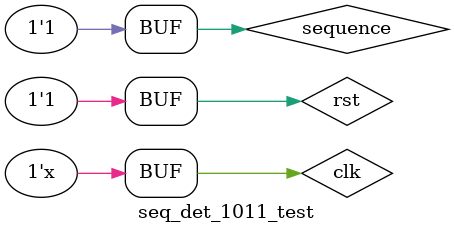
<source format=v>
module seq_det_1011_test;

	// Inputs
	reg clk;
	reg rst;
	reg sequence;

	// Outputs
	wire tick;

	// Instantiate the Unit Under Test (UUT)
	seq_det_1011 uut (
		.clk(clk), 
		.rst(rst), 
		.sequence(sequence), 
		.tick(tick)
	);
   always#100 clk=~clk;
	initial begin
		// Initialize Inputs
		clk = 0;
		rst = 0;
		sequence = 0;

		// Wait 100 ns for global reset to finish
		   #100 rst=1'b0;sequence=1'b0;
			#100 rst=1'b0;sequence=1'b1;
			#100 rst=1'b1;sequence=1'b0;
			#100 rst=1'b1;sequence=1'b1;
		
        
		// Add stimulus here

	end
      
endmodule


</source>
